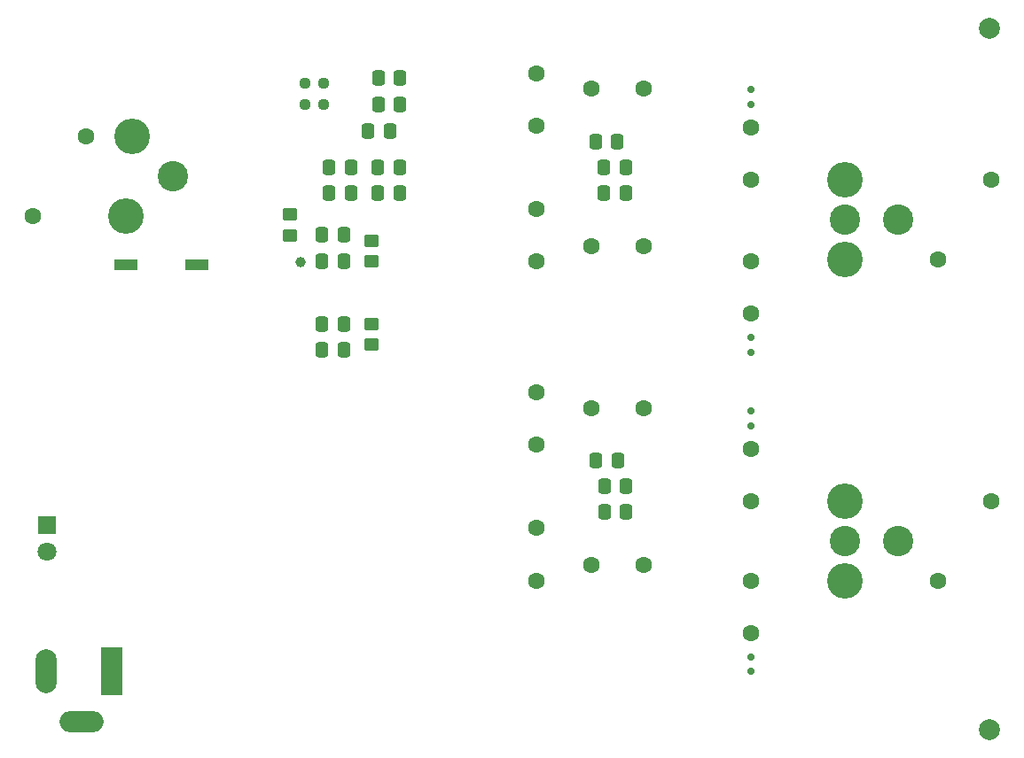
<source format=gbr>
%TF.GenerationSoftware,KiCad,Pcbnew,8.0.2*%
%TF.CreationDate,2025-04-13T16:48:02+02:00*%
%TF.ProjectId,AES-DAC,4145532d-4441-4432-9e6b-696361645f70,rev?*%
%TF.SameCoordinates,Original*%
%TF.FileFunction,Soldermask,Bot*%
%TF.FilePolarity,Negative*%
%FSLAX46Y46*%
G04 Gerber Fmt 4.6, Leading zero omitted, Abs format (unit mm)*
G04 Created by KiCad (PCBNEW 8.0.2) date 2025-04-13 16:48:02*
%MOMM*%
%LPD*%
G01*
G04 APERTURE LIST*
G04 Aperture macros list*
%AMRoundRect*
0 Rectangle with rounded corners*
0 $1 Rounding radius*
0 $2 $3 $4 $5 $6 $7 $8 $9 X,Y pos of 4 corners*
0 Add a 4 corners polygon primitive as box body*
4,1,4,$2,$3,$4,$5,$6,$7,$8,$9,$2,$3,0*
0 Add four circle primitives for the rounded corners*
1,1,$1+$1,$2,$3*
1,1,$1+$1,$4,$5*
1,1,$1+$1,$6,$7*
1,1,$1+$1,$8,$9*
0 Add four rect primitives between the rounded corners*
20,1,$1+$1,$2,$3,$4,$5,0*
20,1,$1+$1,$4,$5,$6,$7,0*
20,1,$1+$1,$6,$7,$8,$9,0*
20,1,$1+$1,$8,$9,$2,$3,0*%
G04 Aperture macros list end*
%ADD10C,1.600000*%
%ADD11C,2.000000*%
%ADD12C,3.400000*%
%ADD13C,2.900000*%
%ADD14R,2.000000X4.600000*%
%ADD15O,2.000000X4.200000*%
%ADD16O,4.200000X2.000000*%
%ADD17R,1.800000X1.800000*%
%ADD18C,1.800000*%
%ADD19RoundRect,0.250000X0.450000X-0.350000X0.450000X0.350000X-0.450000X0.350000X-0.450000X-0.350000X0*%
%ADD20RoundRect,0.150000X0.200000X-0.150000X0.200000X0.150000X-0.200000X0.150000X-0.200000X-0.150000X0*%
%ADD21C,1.000000*%
%ADD22R,2.160000X1.120000*%
%ADD23RoundRect,0.250000X0.337500X0.475000X-0.337500X0.475000X-0.337500X-0.475000X0.337500X-0.475000X0*%
%ADD24RoundRect,0.250000X-0.337500X-0.475000X0.337500X-0.475000X0.337500X0.475000X-0.337500X0.475000X0*%
%ADD25RoundRect,0.237500X-0.250000X-0.237500X0.250000X-0.237500X0.250000X0.237500X-0.250000X0.237500X0*%
%ADD26RoundRect,0.150000X-0.200000X0.150000X-0.200000X-0.150000X0.200000X-0.150000X0.200000X0.150000X0*%
%ADD27RoundRect,0.250000X-0.450000X0.350000X-0.450000X-0.350000X0.450000X-0.350000X0.450000X0.350000X0*%
G04 APERTURE END LIST*
D10*
%TO.C,C3*%
X91500000Y-68390000D03*
X91500000Y-63390000D03*
%TD*%
D11*
%TO.C,J4*%
X114250000Y-90250000D03*
%TD*%
D10*
%TO.C,C28*%
X91500000Y-45500000D03*
X91500000Y-50500000D03*
%TD*%
%TO.C,J3*%
X109390000Y-45310000D03*
X114470000Y-37690000D03*
D12*
X100500000Y-45310000D03*
X100500000Y-37690000D03*
D13*
X100500000Y-41500000D03*
X105580000Y-41500000D03*
%TD*%
D10*
%TO.C,J1*%
X28000000Y-33500000D03*
X22920000Y-41120000D03*
D12*
X31810000Y-41120000D03*
X32445000Y-33500000D03*
D13*
X36260000Y-37310000D03*
%TD*%
D10*
%TO.C,C29*%
X71000000Y-40500000D03*
X71000000Y-45500000D03*
%TD*%
%TO.C,J2*%
X109390000Y-76010000D03*
X114470000Y-68390000D03*
D12*
X100500000Y-76010000D03*
X100500000Y-68390000D03*
D13*
X100500000Y-72200000D03*
X105580000Y-72200000D03*
%TD*%
D10*
%TO.C,C12*%
X91500000Y-37690000D03*
X91500000Y-32690000D03*
%TD*%
D11*
%TO.C,J5*%
X114250000Y-23250000D03*
%TD*%
D10*
%TO.C,C8*%
X91500000Y-76000000D03*
X91500000Y-81000000D03*
%TD*%
%TO.C,C9*%
X71000000Y-71000000D03*
X71000000Y-76000000D03*
%TD*%
%TO.C,C4*%
X71000000Y-63000000D03*
X71000000Y-58000000D03*
%TD*%
%TO.C,C2*%
X76230000Y-59500000D03*
X81230000Y-59500000D03*
%TD*%
D14*
%TO.C,J6*%
X30500000Y-84700000D03*
D15*
X24200000Y-84700000D03*
D16*
X27600000Y-89500000D03*
%TD*%
D10*
%TO.C,C11*%
X76230000Y-29000000D03*
X81230000Y-29000000D03*
%TD*%
%TO.C,C7*%
X76230000Y-74500000D03*
X81230000Y-74500000D03*
%TD*%
%TO.C,C13*%
X71000000Y-32500000D03*
X71000000Y-27500000D03*
%TD*%
D17*
%TO.C,D5*%
X24250000Y-70710000D03*
D18*
X24250000Y-73250000D03*
%TD*%
D10*
%TO.C,C26*%
X76230000Y-44000000D03*
X81230000Y-44000000D03*
%TD*%
D19*
%TO.C,FB1*%
X47500000Y-43000000D03*
X47500000Y-41000000D03*
%TD*%
D20*
%TO.C,D4*%
X91500000Y-52800000D03*
X91500000Y-54200000D03*
%TD*%
D21*
%TO.C,TP4*%
X48495570Y-45598024D03*
%TD*%
D22*
%TO.C,SW1*%
X38565000Y-45800000D03*
X31835000Y-45800000D03*
%TD*%
D23*
%TO.C,C17*%
X57978657Y-30470510D03*
X55903657Y-30470510D03*
%TD*%
D24*
%TO.C,C23*%
X50546905Y-45511392D03*
X52621905Y-45511392D03*
%TD*%
D23*
%TO.C,C10*%
X79575000Y-69475000D03*
X77500000Y-69475000D03*
%TD*%
D24*
%TO.C,C6*%
X54962500Y-33000000D03*
X57037500Y-33000000D03*
%TD*%
D25*
%TO.C,R31*%
X48875087Y-30462500D03*
X50700087Y-30462500D03*
%TD*%
D20*
%TO.C,D2*%
X91500000Y-83300000D03*
X91500000Y-84700000D03*
%TD*%
D24*
%TO.C,C15*%
X51237500Y-38962500D03*
X53312500Y-38962500D03*
%TD*%
%TO.C,C24*%
X50546905Y-42962500D03*
X52621905Y-42962500D03*
%TD*%
%TO.C,C21*%
X50550000Y-53962500D03*
X52625000Y-53962500D03*
%TD*%
%TO.C,C5*%
X76711114Y-64524222D03*
X78786114Y-64524222D03*
%TD*%
D25*
%TO.C,R29*%
X48875087Y-28462500D03*
X50700087Y-28462500D03*
%TD*%
D26*
%TO.C,D3*%
X91500000Y-30450000D03*
X91500000Y-29050000D03*
%TD*%
D23*
%TO.C,C18*%
X57951940Y-38962500D03*
X55876940Y-38962500D03*
%TD*%
D27*
%TO.C,FB3*%
X55275000Y-43511392D03*
X55275000Y-45511392D03*
%TD*%
D24*
%TO.C,C22*%
X50550000Y-51462500D03*
X52625000Y-51462500D03*
%TD*%
D23*
%TO.C,C32*%
X79575000Y-67000000D03*
X77500000Y-67000000D03*
%TD*%
%TO.C,C19*%
X57978657Y-27970510D03*
X55903657Y-27970510D03*
%TD*%
D26*
%TO.C,D1*%
X91500000Y-61200000D03*
X91500000Y-59800000D03*
%TD*%
D23*
%TO.C,C33*%
X79537500Y-36500000D03*
X77462500Y-36500000D03*
%TD*%
D24*
%TO.C,C14*%
X76673945Y-34044052D03*
X78748945Y-34044052D03*
%TD*%
%TO.C,C16*%
X51237500Y-36462500D03*
X53312500Y-36462500D03*
%TD*%
D23*
%TO.C,C20*%
X57951940Y-36462500D03*
X55876940Y-36462500D03*
%TD*%
D19*
%TO.C,FB2*%
X55275000Y-53462500D03*
X55275000Y-51462500D03*
%TD*%
D23*
%TO.C,C30*%
X79537500Y-39000000D03*
X77462500Y-39000000D03*
%TD*%
M02*

</source>
